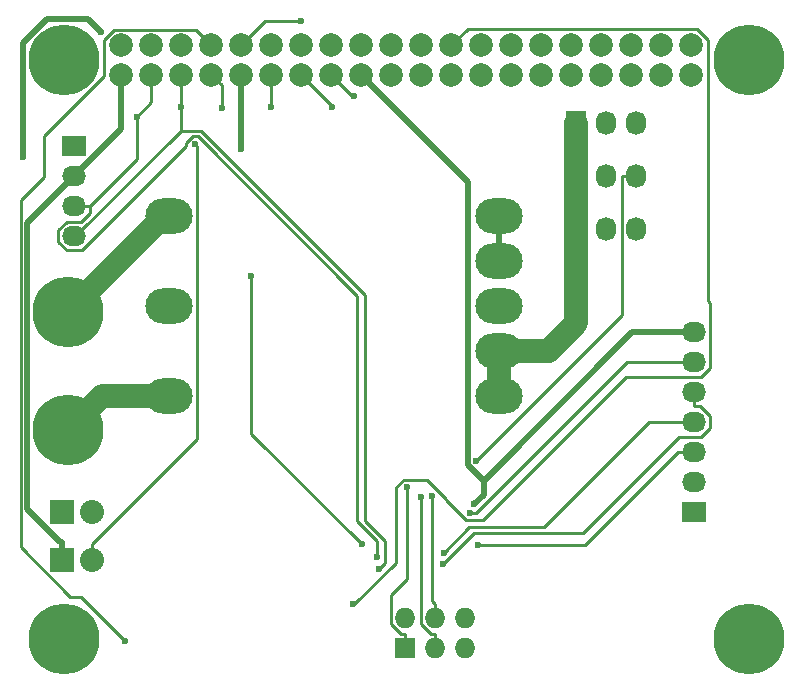
<source format=gbl>
G04 #@! TF.FileFunction,Copper,L2,Bot,Signal*
%FSLAX46Y46*%
G04 Gerber Fmt 4.6, Leading zero omitted, Abs format (unit mm)*
G04 Created by KiCad (PCBNEW (2015-09-20 BZR 6203, Git 66a9b04)-product) date Sat 13 Feb 2016 19:56:21 GMT*
%MOMM*%
G01*
G04 APERTURE LIST*
%ADD10C,0.100000*%
%ADD11C,6.000000*%
%ADD12R,1.727200X2.032000*%
%ADD13O,1.727200X2.032000*%
%ADD14R,2.032000X1.727200*%
%ADD15O,2.032000X1.727200*%
%ADD16R,2.032000X2.032000*%
%ADD17O,2.032000X2.032000*%
%ADD18O,4.000000X3.000000*%
%ADD19R,1.727200X1.727200*%
%ADD20O,1.727200X1.727200*%
%ADD21C,2.000000*%
%ADD22C,0.600000*%
%ADD23C,0.500000*%
%ADD24C,2.000000*%
%ADD25C,0.250000*%
G04 APERTURE END LIST*
D10*
D11*
X120500000Y-75000000D03*
X120500000Y-65000000D03*
D12*
X163500000Y-49000000D03*
D13*
X166040000Y-49000000D03*
X168580000Y-49000000D03*
D12*
X163500000Y-53500000D03*
D13*
X166040000Y-53500000D03*
X168580000Y-53500000D03*
D12*
X163500000Y-58000000D03*
D13*
X166040000Y-58000000D03*
X168580000Y-58000000D03*
D14*
X121000000Y-51000000D03*
D15*
X121000000Y-53540000D03*
X121000000Y-56080000D03*
X121000000Y-58620000D03*
D16*
X120000000Y-82000000D03*
D17*
X122540000Y-82000000D03*
D18*
X129000000Y-64500000D03*
X157000000Y-64500000D03*
X157000000Y-60690000D03*
X157000000Y-56880000D03*
X157000000Y-68310000D03*
X157000000Y-72120000D03*
X129000000Y-72120000D03*
X129000000Y-56880000D03*
D19*
X149000000Y-93500000D03*
D20*
X149000000Y-90960000D03*
X151540000Y-93500000D03*
X151540000Y-90960000D03*
X154080000Y-93500000D03*
X154080000Y-90960000D03*
D16*
X120000000Y-86000000D03*
D17*
X122540000Y-86000000D03*
D14*
X173500000Y-82000000D03*
D15*
X173500000Y-79460000D03*
X173500000Y-76920000D03*
X173500000Y-74380000D03*
X173500000Y-71840000D03*
X173500000Y-69300000D03*
X173500000Y-66760000D03*
D21*
X125000000Y-45000000D03*
X125000000Y-42460000D03*
X127540000Y-45000000D03*
X127540000Y-42460000D03*
X130080000Y-45000000D03*
X130080000Y-42460000D03*
X132620000Y-45000000D03*
X132620000Y-42460000D03*
X135160000Y-45000000D03*
X135160000Y-42460000D03*
X137700000Y-45000000D03*
X137700000Y-42460000D03*
X140240000Y-45000000D03*
X140240000Y-42460000D03*
X142780000Y-45000000D03*
X142780000Y-42460000D03*
X145320000Y-45000000D03*
X145320000Y-42460000D03*
X147860000Y-45000000D03*
X147860000Y-42460000D03*
X150400000Y-45000000D03*
X150400000Y-42460000D03*
X152940000Y-45000000D03*
X152940000Y-42460000D03*
X155480000Y-45000000D03*
X155480000Y-42460000D03*
X158020000Y-45000000D03*
X158020000Y-42460000D03*
X160560000Y-45000000D03*
X160560000Y-42460000D03*
X163100000Y-45000000D03*
X163100000Y-42460000D03*
X165640000Y-45000000D03*
X165640000Y-42460000D03*
X168180000Y-45000000D03*
X168180000Y-42460000D03*
X170720000Y-45000000D03*
X170720000Y-42460000D03*
X173260000Y-45000000D03*
X173260000Y-42460000D03*
D11*
X120130000Y-43730000D03*
X178130000Y-43730000D03*
X120130000Y-92730000D03*
X178130000Y-92730000D03*
D22*
X154889100Y-81329600D03*
X135160000Y-51250300D03*
X155059600Y-77644800D03*
X151284900Y-80650000D03*
X149174600Y-79864300D03*
X150351100Y-80700000D03*
X154472400Y-82060300D03*
X155189500Y-84800600D03*
X152278500Y-85425900D03*
X152267500Y-86337900D03*
X146677500Y-85800100D03*
X126328700Y-48490700D03*
X130009400Y-47667400D03*
X146820600Y-86762900D03*
X123245200Y-41344400D03*
X116666800Y-51874900D03*
X133475300Y-47792500D03*
X131257800Y-50852400D03*
X137700000Y-47663400D03*
X142839700Y-47672000D03*
X144667500Y-46740000D03*
X125267500Y-92870000D03*
X140203100Y-40439400D03*
X144564800Y-89798700D03*
X136000000Y-62000000D03*
X145357900Y-84700000D03*
D23*
X125000000Y-49540000D02*
X121000000Y-53540000D01*
X125000000Y-45000000D02*
X125000000Y-49540000D01*
X119816700Y-84533700D02*
X120000000Y-84533700D01*
X117038900Y-81755900D02*
X119816700Y-84533700D01*
X117038900Y-57501100D02*
X117038900Y-81755900D01*
X121000000Y-53540000D02*
X117038900Y-57501100D01*
X120000000Y-86000000D02*
X120000000Y-84533700D01*
X155665800Y-80552900D02*
X154889100Y-81329600D01*
X155665800Y-79312100D02*
X155665800Y-80552900D01*
X154309300Y-77955600D02*
X155665800Y-79312100D01*
X154309300Y-53989300D02*
X154309300Y-77955600D01*
X145320000Y-45000000D02*
X154309300Y-53989300D01*
X168217900Y-66760000D02*
X173500000Y-66760000D01*
X155665800Y-79312100D02*
X168217900Y-66760000D01*
D24*
X157000000Y-72120000D02*
X157000000Y-68310000D01*
X123380000Y-72120000D02*
X129000000Y-72120000D01*
X120500000Y-75000000D02*
X123380000Y-72120000D01*
X161190000Y-68310000D02*
X157000000Y-68310000D01*
X163500000Y-66000000D02*
X161190000Y-68310000D01*
X163500000Y-58000000D02*
X163500000Y-66000000D01*
X163500000Y-53500000D02*
X163500000Y-58000000D01*
D23*
X135160000Y-45000000D02*
X135160000Y-51250300D01*
D24*
X163500000Y-49000000D02*
X163500000Y-53500000D01*
D25*
X167391100Y-65313300D02*
X155059600Y-77644800D01*
X167391100Y-53500000D02*
X167391100Y-65313300D01*
X168580000Y-53500000D02*
X167391100Y-53500000D01*
X151284900Y-89516000D02*
X151284900Y-80650000D01*
X151540000Y-89771100D02*
X151284900Y-89516000D01*
X151540000Y-90960000D02*
X151540000Y-89771100D01*
X149174600Y-87632200D02*
X149174600Y-79864300D01*
X147783000Y-89023800D02*
X149174600Y-87632200D01*
X147783000Y-91465600D02*
X147783000Y-89023800D01*
X148628500Y-92311100D02*
X147783000Y-91465600D01*
X149000000Y-92311100D02*
X148628500Y-92311100D01*
X149000000Y-93500000D02*
X149000000Y-92311100D01*
X151540000Y-93500000D02*
X151540000Y-92311100D01*
X150351100Y-91493800D02*
X150351100Y-80700000D01*
X151168400Y-92311100D02*
X150351100Y-91493800D01*
X151540000Y-92311100D02*
X151168400Y-92311100D01*
X155043000Y-82060300D02*
X154472400Y-82060300D01*
X167803300Y-69300000D02*
X155043000Y-82060300D01*
X173500000Y-69300000D02*
X167803300Y-69300000D01*
X173500000Y-76920000D02*
X172158700Y-76920000D01*
X164278100Y-84800600D02*
X155189500Y-84800600D01*
X172158700Y-76920000D02*
X164278100Y-84800600D01*
X154460500Y-83243900D02*
X152278500Y-85425900D01*
X160806400Y-83243900D02*
X154460500Y-83243900D01*
X169670300Y-74380000D02*
X160806400Y-83243900D01*
X173500000Y-74380000D02*
X169670300Y-74380000D01*
X154828200Y-83777200D02*
X152267500Y-86337900D01*
X164118400Y-83777200D02*
X154828200Y-83777200D01*
X172245600Y-75650000D02*
X164118400Y-83777200D01*
X174068900Y-75650000D02*
X172245600Y-75650000D01*
X174841400Y-74877500D02*
X174068900Y-75650000D01*
X174841400Y-73850200D02*
X174841400Y-74877500D01*
X174020100Y-73028900D02*
X174841400Y-73850200D01*
X173500000Y-73028900D02*
X174020100Y-73028900D01*
X173500000Y-71840000D02*
X173500000Y-73028900D01*
X121000000Y-56080000D02*
X122341300Y-56080000D01*
X146677500Y-84432500D02*
X146677500Y-85800100D01*
X144983600Y-82738600D02*
X146677500Y-84432500D01*
X144983600Y-63676800D02*
X144983600Y-82738600D01*
X131475400Y-50168600D02*
X144983600Y-63676800D01*
X131023400Y-50168600D02*
X131475400Y-50168600D01*
X130438300Y-50753700D02*
X131023400Y-50168600D01*
X130438300Y-51015500D02*
X130438300Y-50753700D01*
X121644900Y-59808900D02*
X130438300Y-51015500D01*
X120355100Y-59808900D02*
X121644900Y-59808900D01*
X119658700Y-59112500D02*
X120355100Y-59808900D01*
X119658700Y-58127500D02*
X119658700Y-59112500D01*
X120355100Y-57431100D02*
X119658700Y-58127500D01*
X121552100Y-57431100D02*
X120355100Y-57431100D01*
X122341300Y-56641900D02*
X121552100Y-57431100D01*
X122341300Y-56080000D02*
X122341300Y-56641900D01*
X127540000Y-47279400D02*
X126328700Y-48490700D01*
X127540000Y-45000000D02*
X127540000Y-47279400D01*
X126328700Y-52092600D02*
X122341300Y-56080000D01*
X126328700Y-48490700D02*
X126328700Y-52092600D01*
X130080000Y-47596800D02*
X130009400Y-47667400D01*
X130080000Y-45000000D02*
X130080000Y-47596800D01*
X147309900Y-86273600D02*
X146820600Y-86762900D01*
X147309900Y-84428000D02*
X147309900Y-86273600D01*
X145592800Y-82710900D02*
X147309900Y-84428000D01*
X145592800Y-63603700D02*
X145592800Y-82710900D01*
X131701000Y-49711900D02*
X145592800Y-63603700D01*
X130009400Y-49711900D02*
X131701000Y-49711900D01*
X130009400Y-47667400D02*
X130009400Y-49711900D01*
X121101300Y-58620000D02*
X121000000Y-58620000D01*
X130009400Y-49711900D02*
X121101300Y-58620000D01*
D24*
X128620000Y-56880000D02*
X120500000Y-65000000D01*
X129000000Y-56880000D02*
X128620000Y-56880000D01*
D23*
X157000000Y-60690000D02*
X157000000Y-56880000D01*
X116666800Y-42299700D02*
X116666800Y-51874900D01*
X118729000Y-40237500D02*
X116666800Y-42299700D01*
X122138300Y-40237500D02*
X118729000Y-40237500D01*
X123245200Y-41344400D02*
X122138300Y-40237500D01*
D25*
X133475300Y-45855300D02*
X133475300Y-47792500D01*
X132620000Y-45000000D02*
X133475300Y-45855300D01*
X131381000Y-75817700D02*
X122540000Y-84658700D01*
X131381000Y-50975600D02*
X131381000Y-75817700D01*
X131257800Y-50852400D02*
X131381000Y-50975600D01*
X122540000Y-86000000D02*
X122540000Y-84658700D01*
X137700000Y-45000000D02*
X137700000Y-47663400D01*
X142839700Y-47599700D02*
X142839700Y-47672000D01*
X140240000Y-45000000D02*
X142839700Y-47599700D01*
X144520000Y-46740000D02*
X144667500Y-46740000D01*
X142780000Y-45000000D02*
X144520000Y-46740000D01*
X121564500Y-89167000D02*
X125267500Y-92870000D01*
X120661400Y-89167000D02*
X121564500Y-89167000D01*
X116463500Y-84969100D02*
X120661400Y-89167000D01*
X116463500Y-55587300D02*
X116463500Y-84969100D01*
X118475400Y-53575400D02*
X116463500Y-55587300D01*
X118475400Y-50156100D02*
X118475400Y-53575400D01*
X123565000Y-45066500D02*
X118475400Y-50156100D01*
X123565000Y-41964900D02*
X123565000Y-45066500D01*
X124405500Y-41124400D02*
X123565000Y-41964900D01*
X131284400Y-41124400D02*
X124405500Y-41124400D01*
X132620000Y-42460000D02*
X131284400Y-41124400D01*
X137180600Y-40439400D02*
X140203100Y-40439400D01*
X135160000Y-42460000D02*
X137180600Y-40439400D01*
X144707700Y-89798700D02*
X144564800Y-89798700D01*
X148244400Y-86262000D02*
X144707700Y-89798700D01*
X148244400Y-79875400D02*
X148244400Y-86262000D01*
X148884000Y-79235800D02*
X148244400Y-79875400D01*
X150840900Y-79235800D02*
X148884000Y-79235800D01*
X152510300Y-80905200D02*
X150840900Y-79235800D01*
X152510300Y-80993200D02*
X152510300Y-80905200D01*
X154203400Y-82686300D02*
X152510300Y-80993200D01*
X155584200Y-82686300D02*
X154203400Y-82686300D01*
X167700500Y-70570000D02*
X155584200Y-82686300D01*
X174077700Y-70570000D02*
X167700500Y-70570000D01*
X174867700Y-69780000D02*
X174077700Y-70570000D01*
X174867700Y-64310200D02*
X174867700Y-69780000D01*
X174695000Y-64137500D02*
X174867700Y-64310200D01*
X174695000Y-42014400D02*
X174695000Y-64137500D01*
X173768500Y-41087900D02*
X174695000Y-42014400D01*
X154312100Y-41087900D02*
X173768500Y-41087900D01*
X152940000Y-42460000D02*
X154312100Y-41087900D01*
X136000000Y-75342100D02*
X145357900Y-84700000D01*
X136000000Y-62000000D02*
X136000000Y-75342100D01*
M02*

</source>
